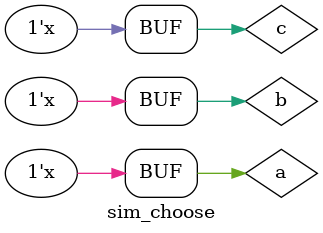
<source format=v>
`timescale 1ns / 1ps


module sim_choose( );
reg a,b,c;
wire f;
choose my(a,b,c,f);
initial
begin
a=0;b=0;c=0;
end
always#10 {a,b,c}={a,b,c}+1;
endmodule

</source>
